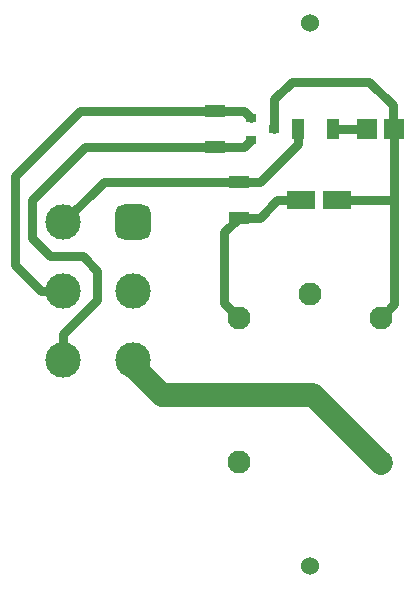
<source format=gtl>
G04*
G04 #@! TF.GenerationSoftware,Altium Limited,Altium Designer,18.1.9 (240)*
G04*
G04 Layer_Physical_Order=1*
G04 Layer_Color=255*
%FSLAX25Y25*%
%MOIN*%
G70*
G01*
G75*
%ADD13R,0.03543X0.03150*%
%ADD14R,0.07087X0.04134*%
%ADD15R,0.06693X0.06890*%
%ADD16R,0.04134X0.07087*%
%ADD17R,0.09449X0.06102*%
%ADD27C,0.07874*%
%ADD28C,0.03150*%
%ADD29C,0.07677*%
%ADD30C,0.11811*%
G04:AMPARAMS|DCode=31|XSize=118.11mil|YSize=118.11mil|CornerRadius=29.53mil|HoleSize=0mil|Usage=FLASHONLY|Rotation=90.000|XOffset=0mil|YOffset=0mil|HoleType=Round|Shape=RoundedRectangle|*
%AMROUNDEDRECTD31*
21,1,0.11811,0.05906,0,0,90.0*
21,1,0.05906,0.11811,0,0,90.0*
1,1,0.05906,0.02953,0.02953*
1,1,0.05906,0.02953,-0.02953*
1,1,0.05906,-0.02953,-0.02953*
1,1,0.05906,-0.02953,0.02953*
%
%ADD31ROUNDEDRECTD31*%
%ADD32C,0.06000*%
D13*
X216535Y200591D02*
D03*
Y193110D02*
D03*
X224410Y196850D02*
D03*
D14*
X204724Y190945D02*
D03*
Y202756D02*
D03*
X212598Y179134D02*
D03*
Y167323D02*
D03*
D15*
X264370Y196850D02*
D03*
X255315D02*
D03*
D16*
X232283D02*
D03*
X244094D02*
D03*
D17*
X233169Y173228D02*
D03*
X245177D02*
D03*
D27*
X237205Y108268D02*
X259842Y85630D01*
X176358Y118917D02*
X187008Y108268D01*
X237205D01*
D28*
X214370Y202756D02*
X216535Y200591D01*
X204724Y202756D02*
X214370D01*
X204724Y190945D02*
X204724Y190945D01*
X161417Y190945D02*
X204724D01*
X143701Y173228D02*
X161417Y190945D01*
X167520Y179134D02*
X212598D01*
X154095Y165709D02*
X167520Y179134D01*
X159449Y202756D02*
X204724D01*
X137795Y181102D02*
X159449Y202756D01*
X137795Y151575D02*
Y181102D01*
Y151575D02*
X146653Y142717D01*
X143701Y160433D02*
Y173228D01*
Y160433D02*
X149606Y154528D01*
X146653Y142717D02*
X154095D01*
X149606Y154528D02*
X160433D01*
X165354Y149606D01*
Y139764D02*
Y149606D01*
X154095Y128504D02*
X165354Y139764D01*
X154095Y119724D02*
Y128504D01*
X214370Y190945D02*
X216535Y193110D01*
X204724Y190945D02*
X214370D01*
X264370Y138386D02*
Y196850D01*
X263779D02*
Y204724D01*
X255906Y212598D02*
X263779Y204724D01*
X230315Y212598D02*
X255906D01*
X224410Y206693D02*
X230315Y212598D01*
X224410Y196850D02*
Y206693D01*
X207677Y138779D02*
X212598Y133858D01*
X207677Y138779D02*
Y162402D01*
X212598Y167323D01*
X219488D01*
X225394Y173228D01*
X230217D01*
X242224D02*
X263779D01*
X259842Y133858D02*
X264370Y138386D01*
X244094Y196850D02*
X254921D01*
X232283Y191929D02*
Y196850D01*
X219488Y179134D02*
X232283Y191929D01*
X212598Y179134D02*
X219488D01*
D29*
X236221Y141732D02*
D03*
X212598Y133858D02*
D03*
Y85827D02*
D03*
X259842D02*
D03*
Y133858D02*
D03*
D30*
X154095Y165709D02*
D03*
X177165Y119724D02*
D03*
Y142717D02*
D03*
X154095D02*
D03*
Y119724D02*
D03*
D31*
X177165Y165709D02*
D03*
D32*
X236221Y232283D02*
D03*
Y51181D02*
D03*
M02*

</source>
